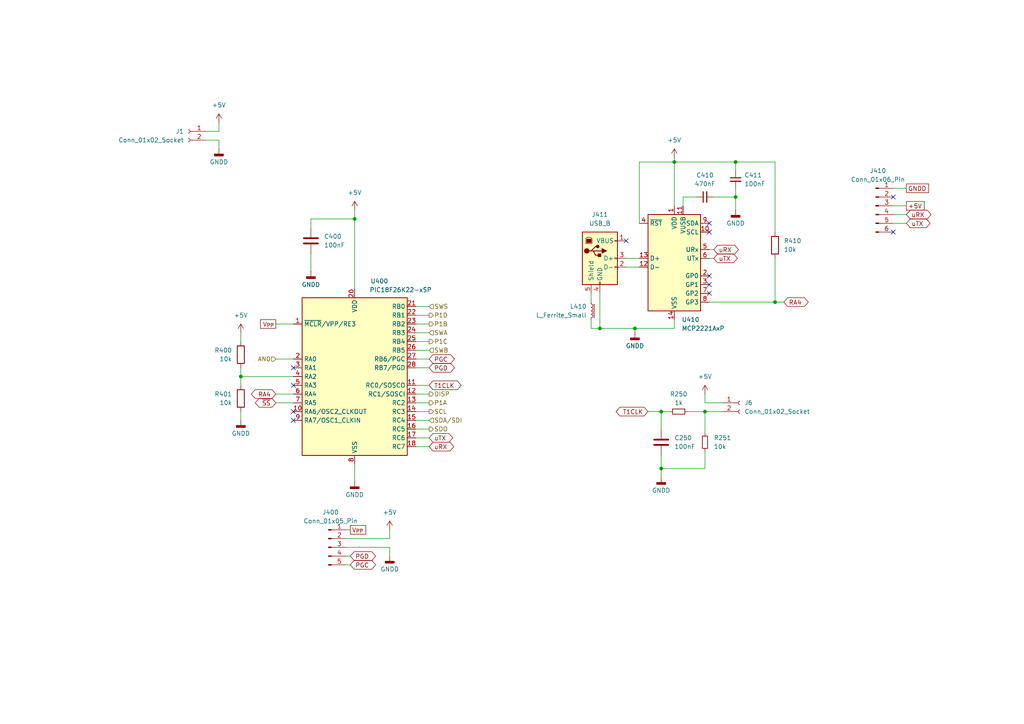
<source format=kicad_sch>
(kicad_sch (version 20250114) (generator "eeschema") (generator_version "9.0")
  (paper "A4")
  (title_block (title "Motor Control") (rev "1.0") (company "AARHUS TECH"))
  (lib_symbols
    (symbol "Connector:Conn_01x02_Socket" (pin_names (offset 1.016) (hide yes))
      (property "Reference" "J" (at 0 2.54 0))
      (property "Value" "Conn_01x02_Socket" (at 0 -5.08 0))
      (symbol "Conn_01x02_Socket_1_1"
        (polyline (pts (xy -1.27 0) (xy -0.508 0)) (stroke (width 0.1524)))
        (polyline (pts (xy -1.27 -2.54) (xy -0.508 -2.54)) (stroke (width 0.1524)))
        (arc (start 0 -0.508) (mid -0.5058 0) (end 0 0.508) (stroke (width 0.1524)))
        (arc (start 0 -3.048) (mid -0.5058 -2.54) (end 0 -2.032) (stroke (width 0.1524)))
        (pin passive line (at -5.08 0 0) (length 3.81) (name "Pin_1") (number "1"))
        (pin passive line (at -5.08 -2.54 0) (length 3.81) (name "Pin_2") (number "2"))
      )
    )
    (symbol "Connector:Conn_01x05_Pin" (pin_names (offset 1.016) (hide yes))
      (property "Reference" "J" (at 0 7.62 0))
      (property "Value" "Conn_01x05_Pin" (at 0 -7.62 0))
      (symbol "Conn_01x05_Pin_1_1"
        (rectangle (start 0.8636 5.207) (end 0 4.953) (stroke (width 0.1524)) (fill (type outline)))
        (rectangle (start 0.8636 2.667) (end 0 2.413) (stroke (width 0.1524)) (fill (type outline)))
        (rectangle (start 0.8636 0.127) (end 0 -0.127) (stroke (width 0.1524)) (fill (type outline)))
        (rectangle (start 0.8636 -2.413) (end 0 -2.667) (stroke (width 0.1524)) (fill (type outline)))
        (rectangle (start 0.8636 -4.953) (end 0 -5.207) (stroke (width 0.1524)) (fill (type outline)))
        (polyline (pts (xy 1.27 5.08) (xy 0.8636 5.08)) (stroke (width 0.1524)))
        (polyline (pts (xy 1.27 2.54) (xy 0.8636 2.54)) (stroke (width 0.1524)))
        (polyline (pts (xy 1.27 0) (xy 0.8636 0)) (stroke (width 0.1524)))
        (polyline (pts (xy 1.27 -2.54) (xy 0.8636 -2.54)) (stroke (width 0.1524)))
        (polyline (pts (xy 1.27 -5.08) (xy 0.8636 -5.08)) (stroke (width 0.1524)))
        (pin passive line (at 5.08 5.08 180) (length 3.81) (name "Pin_1") (number "1"))
        (pin passive line (at 5.08 2.54 180) (length 3.81) (name "Pin_2") (number "2"))
        (pin passive line (at 5.08 0 180) (length 3.81) (name "Pin_3") (number "3"))
        (pin passive line (at 5.08 -2.54 180) (length 3.81) (name "Pin_4") (number "4"))
        (pin passive line (at 5.08 -5.08 180) (length 3.81) (name "Pin_5") (number "5"))
      )
    )
    (symbol "Connector:Conn_01x06_Pin" (pin_names (offset 1.016) (hide yes))
      (property "Reference" "J" (at 0 7.62 0))
      (property "Value" "Conn_01x06_Pin" (at 0 -10.16 0))
      (symbol "Conn_01x06_Pin_1_1"
        (rectangle (start 0.8636 5.207) (end 0 4.953) (stroke (width 0.1524)) (fill (type outline)))
        (rectangle (start 0.8636 2.667) (end 0 2.413) (stroke (width 0.1524)) (fill (type outline)))
        (rectangle (start 0.8636 0.127) (end 0 -0.127) (stroke (width 0.1524)) (fill (type outline)))
        (rectangle (start 0.8636 -2.413) (end 0 -2.667) (stroke (width 0.1524)) (fill (type outline)))
        (rectangle (start 0.8636 -4.953) (end 0 -5.207) (stroke (width 0.1524)) (fill (type outline)))
        (rectangle (start 0.8636 -7.493) (end 0 -7.747) (stroke (width 0.1524)) (fill (type outline)))
        (polyline (pts (xy 1.27 5.08) (xy 0.8636 5.08)) (stroke (width 0.1524)))
        (polyline (pts (xy 1.27 2.54) (xy 0.8636 2.54)) (stroke (width 0.1524)))
        (polyline (pts (xy 1.27 0) (xy 0.8636 0)) (stroke (width 0.1524)))
        (polyline (pts (xy 1.27 -2.54) (xy 0.8636 -2.54)) (stroke (width 0.1524)))
        (polyline (pts (xy 1.27 -5.08) (xy 0.8636 -5.08)) (stroke (width 0.1524)))
        (polyline (pts (xy 1.27 -7.62) (xy 0.8636 -7.62)) (stroke (width 0.1524)))
        (pin passive line (at 5.08 5.08 180) (length 3.81) (name "Pin_1") (number "1"))
        (pin passive line (at 5.08 2.54 180) (length 3.81) (name "Pin_2") (number "2"))
        (pin passive line (at 5.08 0 180) (length 3.81) (name "Pin_3") (number "3"))
        (pin passive line (at 5.08 -2.54 180) (length 3.81) (name "Pin_4") (number "4"))
        (pin passive line (at 5.08 -5.08 180) (length 3.81) (name "Pin_5") (number "5"))
        (pin passive line (at 5.08 -7.62 180) (length 3.81) (name "Pin_6") (number "6"))
      )
    )
    (symbol "Connector:USB_B" (pin_names (offset 1.016))
      (property "Reference" "J" (at -5.08 11.43 0))
      (property "Value" "USB_B" (at -5.08 8.89 0))
      (symbol "USB_B_0_1"
        (rectangle (start -5.08 -7.62) (end 5.08 7.62) (stroke (width 0.254)) (fill (type background)))
        (polyline (pts (xy -4.064 4.318) (xy -2.286 4.318) (xy -2.286 5.715) (xy -2.667 6.096) (xy -3.683 6.096) (xy -4.064 5.715) (xy -4.064 4.318)))
        (rectangle (start -3.81 5.588) (end -2.54 4.572) (fill (type outline)))
        (circle (center -3.81 2.159) (radius 0.635) (stroke (width 0.254)) (fill (type outline)))
        (polyline (pts (xy -3.175 2.159) (xy -2.54 2.159) (xy -1.27 3.429) (xy -0.635 3.429)) (stroke (width 0.254)))
        (polyline (pts (xy -2.54 2.159) (xy -1.905 2.159) (xy -1.27 0.889) (xy 0 0.889)) (stroke (width 0.254)))
        (polyline (pts (xy -1.905 2.159) (xy 0.635 2.159)) (stroke (width 0.254)))
        (circle (center -0.635 3.429) (radius 0.381) (stroke (width 0.254)) (fill (type outline)))
        (rectangle (start -0.127 -7.62) (end 0.127 -6.858))
        (rectangle (start 0.254 1.27) (end -0.508 0.508) (stroke (width 0.254)) (fill (type outline)))
        (polyline (pts (xy 0.635 2.794) (xy 0.635 1.524) (xy 1.905 2.159) (xy 0.635 2.794)) (stroke (width 0.254)) (fill (type outline)))
        (rectangle (start 5.08 4.953) (end 4.318 5.207))
        (rectangle (start 5.08 -0.127) (end 4.318 0.127))
        (rectangle (start 5.08 -2.667) (end 4.318 -2.413))
      )
      (symbol "USB_B_1_1"
        (pin passive line (at -2.54 -10.16 90) (length 2.54) (name "Shield") (number "5"))
        (pin power_out line (at 0 -10.16 90) (length 2.54) (name "GND") (number "4"))
        (pin power_out line (at 7.62 5.08 180) (length 2.54) (name "VBUS") (number "1"))
        (pin bidirectional line (at 7.62 0 180) (length 2.54) (name "D+") (number "3"))
        (pin bidirectional line (at 7.62 -2.54 180) (length 2.54) (name "D-") (number "2"))
      )
    )
    (symbol "Device:C" (pin_numbers (hide yes)) (pin_names (offset 0.254))
      (property "Reference" "C" (at 0.635 2.54 0))
      (property "Value" "C" (at 0.635 -2.54 0))
      (symbol "C_0_1"
        (polyline (pts (xy -2.032 0.762) (xy 2.032 0.762)) (stroke (width 0.508)))
        (polyline (pts (xy -2.032 -0.762) (xy 2.032 -0.762)) (stroke (width 0.508)))
      )
      (symbol "C_1_1"
        (pin passive line (at 0 3.81 270) (length 2.794) (name "~") (number "1"))
        (pin passive line (at 0 -3.81 90) (length 2.794) (name "~") (number "2"))
      )
    )
    (symbol "Device:C_Small" (pin_numbers (hide yes)) (pin_names (offset 0.254) (hide yes))
      (property "Reference" "C" (at 0.254 1.778 0))
      (property "Value" "C_Small" (at 0.254 -2.032 0))
      (symbol "C_Small_0_1"
        (polyline (pts (xy -1.524 0.508) (xy 1.524 0.508)) (stroke (width 0.3048)))
        (polyline (pts (xy -1.524 -0.508) (xy 1.524 -0.508)) (stroke (width 0.3302)))
      )
      (symbol "C_Small_1_1"
        (pin passive line (at 0 2.54 270) (length 2.032) (name "~") (number "1"))
        (pin passive line (at 0 -2.54 90) (length 2.032) (name "~") (number "2"))
      )
    )
    (symbol "Device:L_Ferrite_Small" (pin_numbers (hide yes)) (pin_names (offset 0.254) (hide yes))
      (property "Reference" "L" (at 1.27 1.016 0))
      (property "Value" "L_Ferrite_Small" (at 1.27 -1.27 0))
      (symbol "L_Ferrite_Small_0_1"
        (arc (start 0 2.032) (mid 0.5058 1.524) (end 0 1.016))
        (arc (start 0 1.016) (mid 0.5058 0.508) (end 0 0))
        (arc (start 0 0) (mid 0.5058 -0.508) (end 0 -1.016))
        (arc (start 0 -1.016) (mid 0.5058 -1.524) (end 0 -2.032))
        (polyline (pts (xy 0.762 1.651) (xy 0.762 1.905)))
        (polyline (pts (xy 0.762 1.143) (xy 0.762 1.397)))
        (polyline (pts (xy 0.762 0.635) (xy 0.762 0.889)))
        (polyline (pts (xy 0.762 0.127) (xy 0.762 0.381)))
        (polyline (pts (xy 0.762 -0.381) (xy 0.762 -0.127)))
        (polyline (pts (xy 0.762 -0.889) (xy 0.762 -0.635)))
        (polyline (pts (xy 0.762 -1.397) (xy 0.762 -1.143)))
        (polyline (pts (xy 0.762 -1.905) (xy 0.762 -1.651)))
        (polyline (pts (xy 1.016 1.905) (xy 1.016 1.651)))
        (polyline (pts (xy 1.016 1.397) (xy 1.016 1.143)))
        (polyline (pts (xy 1.016 0.889) (xy 1.016 0.635)))
        (polyline (pts (xy 1.016 0.381) (xy 1.016 0.127)))
        (polyline (pts (xy 1.016 -0.127) (xy 1.016 -0.381)))
        (polyline (pts (xy 1.016 -0.635) (xy 1.016 -0.889)))
        (polyline (pts (xy 1.016 -1.143) (xy 1.016 -1.397)))
        (polyline (pts (xy 1.016 -1.651) (xy 1.016 -1.905)))
      )
      (symbol "L_Ferrite_Small_1_1"
        (pin passive line (at 0 2.54 270) (length 0.508) (name "~") (number "1"))
        (pin passive line (at 0 -2.54 90) (length 0.508) (name "~") (number "2"))
      )
    )
    (symbol "Device:R" (pin_numbers (hide yes)) (pin_names (offset 0))
      (property "Reference" "R" (at 2.032 0 90))
      (property "Value" "R" (at 0 0 90))
      (symbol "R_0_1"
        (rectangle (start -1.016 -2.54) (end 1.016 2.54) (stroke (width 0.254)))
      )
      (symbol "R_1_1"
        (pin passive line (at 0 3.81 270) (length 1.27) (name "~") (number "1"))
        (pin passive line (at 0 -3.81 90) (length 1.27) (name "~") (number "2"))
      )
    )
    (symbol "Device:R_Small" (pin_numbers (hide yes)) (pin_names (offset 0.254) (hide yes))
      (property "Reference" "R" (at 0.762 0.508 0))
      (property "Value" "R_Small" (at 0.762 -1.016 0))
      (symbol "R_Small_0_1"
        (rectangle (start -0.762 1.778) (end 0.762 -1.778) (stroke (width 0.2032)))
      )
      (symbol "R_Small_1_1"
        (pin passive line (at 0 2.54 270) (length 0.762) (name "~") (number "1"))
        (pin passive line (at 0 -2.54 90) (length 0.762) (name "~") (number "2"))
      )
    )
    (symbol "Interface_USB:MCP2221AxP"
      (property "Reference" "U" (at -7.62 16.51 0))
      (property "Value" "MCP2221AxP" (at 12.7 16.51 0))
      (symbol "MCP2221AxP_0_1"
        (rectangle (start -7.62 15.24) (end 7.62 -12.7) (stroke (width 0.254)) (fill (type background)))
      )
      (symbol "MCP2221AxP_1_1"
        (pin input line (at -10.16 12.7 0) (length 2.54) (name "~{RST}") (number "4"))
        (pin bidirectional line (at -10.16 2.54 0) (length 2.54) (name "D+") (number "13"))
        (pin bidirectional line (at -10.16 0 0) (length 2.54) (name "D-") (number "12"))
        (pin power_in line (at 0 17.78 270) (length 2.54) (name "VDD") (number "1"))
        (pin power_in line (at 0 -15.24 90) (length 2.54) (name "VSS") (number "14"))
        (pin passive line (at 2.54 17.78 270) (length 2.54) (name "VUSB") (number "11"))
        (pin bidirectional line (at 10.16 12.7 180) (length 2.54) (name "SDA") (number "9"))
        (pin bidirectional line (at 10.16 10.16 180) (length 2.54) (name "SCL") (number "10"))
        (pin input line (at 10.16 5.08 180) (length 2.54) (name "URx") (number "5"))
        (pin output line (at 10.16 2.54 180) (length 2.54) (name "UTx") (number "6"))
        (pin bidirectional line (at 10.16 -2.54 180) (length 2.54) (name "GP0") (number "2"))
        (pin bidirectional line (at 10.16 -5.08 180) (length 2.54) (name "GP1") (number "3"))
        (pin bidirectional line (at 10.16 -7.62 180) (length 2.54) (name "GP2") (number "7"))
        (pin bidirectional line (at 10.16 -10.16 180) (length 2.54) (name "GP3") (number "8"))
      )
    )
    (symbol "MCU_Microchip_PIC18:PIC18F26K22-xSP"
      (property "Reference" "U" (at -12.7 25.4 0))
      (property "Value" "PIC18F26K22-xSP" (at 12.7 25.4 0))
      (symbol "PIC18F26K22-xSP_1_1"
        (rectangle (start -15.24 22.86) (end 15.24 -22.86) (stroke (width 0.254)) (fill (type background)))
        (pin input line (at -17.78 15.24 0) (length 2.54) (name "~{MCLR}/VPP/RE3") (number "1"))
        (pin bidirectional line (at -17.78 5.08 0) (length 2.54) (name "RA0") (number "2"))
        (pin bidirectional line (at -17.78 2.54 0) (length 2.54) (name "RA1") (number "3"))
        (pin bidirectional line (at -17.78 0 0) (length 2.54) (name "RA2") (number "4"))
        (pin bidirectional line (at -17.78 -2.54 0) (length 2.54) (name "RA3") (number "5"))
        (pin bidirectional line (at -17.78 -5.08 0) (length 2.54) (name "RA4") (number "6"))
        (pin bidirectional line (at -17.78 -7.62 0) (length 2.54) (name "RA5") (number "7"))
        (pin bidirectional line (at -17.78 -10.16 0) (length 2.54) (name "RA6/OSC2_CLKOUT") (number "10"))
        (pin bidirectional line (at -17.78 -12.7 0) (length 2.54) (name "RA7/OSC1_CLKIN") (number "9"))
        (pin power_in line (at 0 25.4 270) (length 2.54) (name "VDD") (number "20"))
        (pin passive line (at 0 -25.4 90) (length 2.54) (hide yes) (name "VSS") (number "19"))
        (pin power_in line (at 0 -25.4 90) (length 2.54) (name "VSS") (number "8"))
        (pin bidirectional line (at 17.78 20.32 180) (length 2.54) (name "RB0") (number "21"))
        (pin bidirectional line (at 17.78 17.78 180) (length 2.54) (name "RB1") (number "22"))
        (pin bidirectional line (at 17.78 15.24 180) (length 2.54) (name "RB2") (number "23"))
        (pin bidirectional line (at 17.78 12.7 180) (length 2.54) (name "RB3") (number "24"))
        (pin bidirectional line (at 17.78 10.16 180) (length 2.54) (name "RB4") (number "25"))
        (pin bidirectional line (at 17.78 7.62 180) (length 2.54) (name "RB5") (number "26"))
        (pin bidirectional line (at 17.78 5.08 180) (length 2.54) (name "RB6/PGC") (number "27"))
        (pin bidirectional line (at 17.78 2.54 180) (length 2.54) (name "RB7/PGD") (number "28"))
        (pin bidirectional line (at 17.78 -2.54 180) (length 2.54) (name "RC0/SOSCO") (number "11"))
        (pin bidirectional line (at 17.78 -5.08 180) (length 2.54) (name "RC1/SOSCI") (number "12"))
        (pin bidirectional line (at 17.78 -7.62 180) (length 2.54) (name "RC2") (number "13"))
        (pin bidirectional line (at 17.78 -10.16 180) (length 2.54) (name "RC3") (number "14"))
        (pin bidirectional line (at 17.78 -12.7 180) (length 2.54) (name "RC4") (number "15"))
        (pin bidirectional line (at 17.78 -15.24 180) (length 2.54) (name "RC5") (number "16"))
        (pin bidirectional line (at 17.78 -17.78 180) (length 2.54) (name "RC6") (number "17"))
        (pin bidirectional line (at 17.78 -20.32 180) (length 2.54) (name "RC7") (number "18"))
      )
    )
    (symbol "power:+5VD" (power) (pin_numbers (hide yes)) (pin_names (offset 0) (hide yes))
      (property "Value" "+5VD" (at 0 3.556 0))
      (symbol "+5VD_0_1"
        (polyline (pts (xy -0.762 1.27) (xy 0 2.54)))
        (polyline (pts (xy 0 2.54) (xy 0.762 1.27)))
        (polyline (pts (xy 0 0) (xy 0 2.54)))
      )
      (symbol "+5VD_1_1"
        (pin power_in line (at 0 0 90) (length 0) (name "~") (number "1"))
      )
    )
    (symbol "power:GNDD" (power) (pin_numbers (hide yes)) (pin_names (offset 0) (hide yes))
      (property "Value" "GNDD" (at 0 -3.175 0))
      (symbol "GNDD_0_1"
        (rectangle (start -1.27 -1.524) (end 1.27 -2.032) (stroke (width 0.254)) (fill (type outline)))
        (polyline (pts (xy 0 0) (xy 0 -1.524)))
      )
      (symbol "GNDD_1_1"
        (pin power_in line (at 0 0 270) (length 0) (name "~") (number "1"))
      )
    )
  )
  (junction (at 69.85 109.22))
  (junction (at 224.79 87.63))
  (junction (at 213.36 57.15))
  (junction (at 204.47 119.38))
  (junction (at 102.87 63.5))
  (junction (at 195.58 46.99))
  (junction (at 191.77 135.89))
  (junction (at 191.77 119.38))
  (junction (at 173.99 95.25))
  (junction (at 184.15 95.25))
  (junction (at 213.36 46.99))
  (no_connect (at 85.09 106.68))
  (no_connect (at 85.09 121.92))
  (no_connect (at 205.74 82.55))
  (no_connect (at 205.74 67.31))
  (no_connect (at 259.08 57.15))
  (no_connect (at 181.61 69.85))
  (no_connect (at 205.74 64.77))
  (no_connect (at 85.09 119.38))
  (no_connect (at 205.74 80.01))
  (no_connect (at 205.74 85.09))
  (no_connect (at 85.09 111.76))
  (no_connect (at 259.08 67.31))
  (wire (pts (xy 63.5 38.1) (xy 63.5 35.56)))
  (wire (pts (xy 113.03 156.21) (xy 113.03 153.67)))
  (wire (pts (xy 80.01 104.14) (xy 85.09 104.14)))
  (wire (pts (xy 195.58 46.99) (xy 213.36 46.99)))
  (wire (pts (xy 80.01 114.3) (xy 85.09 114.3)))
  (wire (pts (xy 213.36 54.61) (xy 213.36 57.15)))
  (wire (pts (xy 195.58 46.99) (xy 195.58 59.69)))
  (wire (pts (xy 181.61 74.93) (xy 185.42 74.93)))
  (wire (pts (xy 224.79 67.31) (xy 224.79 46.99)))
  (wire (pts (xy 90.17 73.66) (xy 90.17 78.74)))
  (wire (pts (xy 100.33 161.29) (xy 101.6 161.29)))
  (wire (pts (xy 191.77 135.89) (xy 204.47 135.89)))
  (wire (pts (xy 120.65 121.92) (xy 124.46 121.92)))
  (wire (pts (xy 205.74 87.63) (xy 224.79 87.63)))
  (wire (pts (xy 120.65 101.6) (xy 124.46 101.6)))
  (wire (pts (xy 213.36 46.99) (xy 224.79 46.99)))
  (wire (pts (xy 120.65 111.76) (xy 124.46 111.76)))
  (wire (pts (xy 80.01 116.84) (xy 85.09 116.84)))
  (wire (pts (xy 120.65 129.54) (xy 124.46 129.54)))
  (wire (pts (xy 69.85 109.22) (xy 85.09 109.22)))
  (wire (pts (xy 171.45 85.09) (xy 171.45 87.63)))
  (wire (pts (xy 173.99 95.25) (xy 184.15 95.25)))
  (wire (pts (xy 120.65 127) (xy 124.46 127)))
  (wire (pts (xy 120.65 116.84) (xy 124.46 116.84)))
  (wire (pts (xy 259.08 59.69) (xy 262.89 59.69)))
  (wire (pts (xy 69.85 109.22) (xy 69.85 111.76)))
  (wire (pts (xy 102.87 60.96) (xy 102.87 63.5)))
  (wire (pts (xy 59.69 40.64) (xy 63.5 40.64)))
  (wire (pts (xy 227.33 87.63) (xy 224.79 87.63)))
  (wire (pts (xy 120.65 93.98) (xy 124.46 93.98)))
  (wire (pts (xy 205.74 74.93) (xy 207.01 74.93)))
  (wire (pts (xy 102.87 63.5) (xy 102.87 83.82)))
  (wire (pts (xy 69.85 96.52) (xy 69.85 99.06)))
  (wire (pts (xy 120.65 119.38) (xy 124.46 119.38)))
  (wire (pts (xy 204.47 125.73) (xy 204.47 119.38)))
  (wire (pts (xy 63.5 40.64) (xy 63.5 43.18)))
  (wire (pts (xy 120.65 124.46) (xy 124.46 124.46)))
  (wire (pts (xy 195.58 46.99) (xy 195.58 45.72)))
  (wire (pts (xy 113.03 161.29) (xy 113.03 158.75)))
  (wire (pts (xy 59.69 38.1) (xy 63.5 38.1)))
  (wire (pts (xy 184.15 95.25) (xy 184.15 96.52)))
  (wire (pts (xy 195.58 95.25) (xy 195.58 92.71)))
  (wire (pts (xy 204.47 114.3) (xy 204.47 116.84)))
  (wire (pts (xy 100.33 153.67) (xy 101.6 153.67)))
  (wire (pts (xy 187.96 119.38) (xy 191.77 119.38)))
  (wire (pts (xy 213.36 46.99) (xy 213.36 49.53)))
  (wire (pts (xy 69.85 109.22) (xy 69.85 106.68)))
  (wire (pts (xy 184.15 95.25) (xy 195.58 95.25)))
  (wire (pts (xy 120.65 96.52) (xy 124.46 96.52)))
  (wire (pts (xy 207.01 57.15) (xy 213.36 57.15)))
  (wire (pts (xy 191.77 132.08) (xy 191.77 135.89)))
  (wire (pts (xy 120.65 99.06) (xy 124.46 99.06)))
  (wire (pts (xy 69.85 119.38) (xy 69.85 121.92)))
  (wire (pts (xy 90.17 63.5) (xy 102.87 63.5)))
  (wire (pts (xy 100.33 158.75) (xy 113.03 158.75)))
  (wire (pts (xy 171.45 92.71) (xy 171.45 95.25)))
  (wire (pts (xy 204.47 130.81) (xy 204.47 135.89)))
  (wire (pts (xy 199.39 119.38) (xy 204.47 119.38)))
  (wire (pts (xy 120.65 91.44) (xy 124.46 91.44)))
  (wire (pts (xy 213.36 57.15) (xy 213.36 60.96)))
  (wire (pts (xy 185.42 46.99) (xy 195.58 46.99)))
  (wire (pts (xy 120.65 104.14) (xy 124.46 104.14)))
  (wire (pts (xy 204.47 119.38) (xy 209.55 119.38)))
  (wire (pts (xy 171.45 95.25) (xy 173.99 95.25)))
  (wire (pts (xy 191.77 135.89) (xy 191.77 138.43)))
  (wire (pts (xy 100.33 163.83) (xy 101.6 163.83)))
  (wire (pts (xy 259.08 54.61) (xy 262.89 54.61)))
  (wire (pts (xy 120.65 88.9) (xy 124.46 88.9)))
  (wire (pts (xy 204.47 116.84) (xy 209.55 116.84)))
  (wire (pts (xy 102.87 134.62) (xy 102.87 139.7)))
  (wire (pts (xy 198.12 57.15) (xy 198.12 59.69)))
  (wire (pts (xy 191.77 119.38) (xy 194.31 119.38)))
  (wire (pts (xy 191.77 119.38) (xy 191.77 124.46)))
  (wire (pts (xy 100.33 156.21) (xy 113.03 156.21)))
  (wire (pts (xy 120.65 106.68) (xy 124.46 106.68)))
  (wire (pts (xy 259.08 62.23) (xy 262.89 62.23)))
  (wire (pts (xy 120.65 114.3) (xy 124.46 114.3)))
  (wire (pts (xy 181.61 77.47) (xy 185.42 77.47)))
  (wire (pts (xy 173.99 85.09) (xy 173.99 95.25)))
  (wire (pts (xy 205.74 72.39) (xy 207.01 72.39)))
  (wire (pts (xy 224.79 74.93) (xy 224.79 87.63)))
  (wire (pts (xy 201.93 57.15) (xy 198.12 57.15)))
  (wire (pts (xy 90.17 66.04) (xy 90.17 63.5)))
  (wire (pts (xy 185.42 64.77) (xy 185.42 46.99)))
  (wire (pts (xy 80.01 93.98) (xy 85.09 93.98)))
  (wire (pts (xy 259.08 64.77) (xy 262.89 64.77)))
  (global_label "uRX" (shape bidirectional) (at 207.01 72.39 0) (property "Intersheetrefs" "${INTERSHEET_REFS}" (effects (hide yes))))
  (global_label "PGC" (shape bidirectional) (at 101.6 163.83 0) (property "Intersheetrefs" "${INTERSHEET_REFS}" (effects (hide yes))))
  (global_label "PGC" (shape bidirectional) (at 124.46 104.14 0) (property "Intersheetrefs" "${INTERSHEET_REFS}" (effects (hide yes))))
  (global_label "V_{PP}" (shape passive) (at 101.6 153.67 0) (property "Intersheetrefs" "${INTERSHEET_REFS}" (effects (hide yes))))
  (global_label "RA4" (shape bidirectional) (at 227.33 87.63 0) (property "Intersheetrefs" "${INTERSHEET_REFS}" (effects (hide yes))))
  (global_label "RA4" (shape bidirectional) (at 80.01 114.3 180) (property "Intersheetrefs" "${INTERSHEET_REFS}" (effects (hide yes))))
  (global_label "uRX" (shape bidirectional) (at 124.46 129.54 0) (property "Intersheetrefs" "${INTERSHEET_REFS}" (effects (hide yes))))
  (global_label "uTX" (shape bidirectional) (at 124.46 127 0) (property "Intersheetrefs" "${INTERSHEET_REFS}" (effects (hide yes))))
  (global_label "T1CLK" (shape bidirectional) (at 187.96 119.38 180) (property "Intersheetrefs" "${INTERSHEET_REFS}" (effects (hide yes))))
  (global_label "~{SS}" (shape bidirectional) (at 80.01 116.84 180) (property "Intersheetrefs" "${INTERSHEET_REFS}" (effects (hide yes))))
  (global_label "PGD" (shape bidirectional) (at 101.6 161.29 0) (property "Intersheetrefs" "${INTERSHEET_REFS}" (effects (hide yes))))
  (global_label "uTX" (shape bidirectional) (at 207.01 74.93 0) (property "Intersheetrefs" "${INTERSHEET_REFS}" (effects (hide yes))))
  (global_label "uRX" (shape bidirectional) (at 262.89 62.23 0) (property "Intersheetrefs" "${INTERSHEET_REFS}" (effects (hide yes))))
  (global_label "V_{PP}" (shape passive) (at 80.01 93.98 180) (property "Intersheetrefs" "${INTERSHEET_REFS}" (effects (hide yes))))
  (global_label "+5V" (shape passive) (at 262.89 59.69 0) (property "Intersheetrefs" "${INTERSHEET_REFS}" (effects (hide yes))))
  (global_label "uTX" (shape bidirectional) (at 262.89 64.77 0) (property "Intersheetrefs" "${INTERSHEET_REFS}" (effects (hide yes))))
  (global_label "GNDD" (shape passive) (at 262.89 54.61 0) (property "Intersheetrefs" "${INTERSHEET_REFS}" (effects (hide yes))))
  (global_label "T1CLK" (shape bidirectional) (at 124.46 111.76 0) (property "Intersheetrefs" "${INTERSHEET_REFS}" (effects (hide yes))))
  (global_label "PGD" (shape bidirectional) (at 124.46 106.68 0) (property "Intersheetrefs" "${INTERSHEET_REFS}" (effects (hide yes))))
  (hierarchical_label "SDO" (shape output) (at 124.46 124.46 0))
  (hierarchical_label "SWS" (shape input) (at 124.46 88.9 0))
  (hierarchical_label "SDA{slash}SDI" (shape input) (at 124.46 121.92 0))
  (hierarchical_label "AN0" (shape input) (at 80.01 104.14 180))
  (hierarchical_label "P1C" (shape output) (at 124.46 99.06 0))
  (hierarchical_label "P1A" (shape output) (at 124.46 116.84 0))
  (hierarchical_label "P1B" (shape output) (at 124.46 93.98 0))
  (hierarchical_label "P1D" (shape output) (at 124.46 91.44 0))
  (hierarchical_label "SWA" (shape input) (at 124.46 96.52 0))
  (hierarchical_label "SCL" (shape output) (at 124.46 119.38 0))
  (hierarchical_label "DISP" (shape output) (at 124.46 114.3 0))
  (hierarchical_label "SWB" (shape input) (at 124.46 101.6 0))
  (symbol (lib_id "Device:C_Small") (at 204.47 57.15 90) (unit 1)
    (property "Reference" "C410" (at 204.4763 50.8 90))
    (property "Value" "470nF" (at 204.4763 53.34 90))
    (property "Footprint" "Capacitor_THT:C_Rect_L7.2mm_W2.5mm_P5.00mm_FKS2_FKP2_MKS2_MKP2" (effects (hide yes)))
    (property "Description" "Unpolarized capacitor, small symbol" (effects (hide yes)))
  )
  (symbol (lib_id "Device:R_Small") (at 204.47 128.27 180) (unit 1)
    (property "Reference" "R251" (at 207.01 126.9999 0) (effects (justify right)))
    (property "Value" "10k" (at 207.01 129.5399 0) (effects (justify right)))
    (property "Footprint" "Resistor_THT:R_Axial_DIN0207_L6.3mm_D2.5mm_P10.16mm_Horizontal" (effects (hide yes)))
    (property "Description" "Resistor, small symbol" (effects (hide yes)))
  )
  (symbol (lib_id "Connector:Conn_01x02_Socket") (at 214.63 116.84 0) (unit 1)
    (property "Reference" "J6" (at 215.9 116.8399 0) (effects (justify left)))
    (property "Value" "Conn_01x02_Socket" (at 215.9 119.3799 0) (effects (justify left)))
    (property "Footprint" "Connector_Phoenix_MC_HighVoltage:PhoenixContact_MCV_1,5_2-G-5.08_1x02_P5.08mm_Vertical" (effects (hide yes)))
    (property "Description" "Generic connector, single row, 01x02, script generated" (effects (hide yes)))
  )
  (symbol (lib_id "Device:C") (at 191.77 128.27 0) (unit 1)
    (property "Reference" "C250" (at 195.58 126.9999 0) (effects (justify left)))
    (property "Value" "100nF" (at 195.58 129.5399 0) (effects (justify left)))
    (property "Footprint" "Capacitor_THT:C_Rect_L7.2mm_W2.5mm_P5.00mm_FKS2_FKP2_MKS2_MKP2" (effects (hide yes)))
    (property "Description" "Unpolarized capacitor" (effects (hide yes)))
  )
  (symbol (lib_id "Connector:Conn_01x02_Socket") (at 54.61 38.1 0) (mirror y) (unit 1)
    (property "Reference" "J1" (at 53.34 38.0999 0) (effects (justify left)))
    (property "Value" "Conn_01x02_Socket" (at 53.34 40.6399 0) (effects (justify left)))
    (property "Footprint" "Connector_Phoenix_MC_HighVoltage:PhoenixContact_MCV_1,5_2-G-5.08_1x02_P5.08mm_Vertical" (effects (hide yes)))
    (property "Description" "Generic connector, single row, 01x02, script generated" (effects (hide yes)))
  )
  (symbol (lib_id "Interface_USB:MCP2221AxP") (at 195.58 77.47 0) (unit 1)
    (property "Reference" "U410" (at 197.7233 92.71 0) (effects (justify left)))
    (property "Value" "MCP2221AxP" (at 197.7233 95.25 0) (effects (justify left)))
    (property "Footprint" "Package_DIP:DIP-14_W7.62mm_Socket_LongPads" (effects (hide yes)))
    (property "Datasheet" "http://ww1.microchip.com/downloads/en/DeviceDoc/20005565B.pdf" (effects (hide yes)))
    (property "Description" "USB to I2C/UART Protocol Converter with GPIO, DIP-14" (effects (hide yes)))
  )
  (symbol (lib_id "power:+5VD") (at 63.5 35.56 0) (unit 1)
    (property "Reference" "#PWR038" (effects (hide yes)))
    (property "Value" "+5V" (at 63.5 30.48 0))
    (property "Description" "Power symbol creates a global label with name \"+5VD\"" (effects (hide yes)))
  )
  (symbol (lib_id "power:GNDD") (at 102.87 139.7 0) (mirror y) (unit 1)
    (property "Reference" "#PWR09" (effects (hide yes)))
    (property "Value" "GNDD" (at 102.87 143.51 0))
    (property "Description" "Power symbol creates a global label with name \"GNDD\" , digital ground" (effects (hide yes)))
  )
  (symbol (lib_id "Device:R") (at 69.85 102.87 0) (mirror x) (unit 1)
    (property "Reference" "R400" (at 67.31 101.5999 0) (effects (justify right)))
    (property "Value" "10k" (at 67.31 104.1399 0) (effects (justify right)))
    (property "Footprint" "Resistor_THT:R_Axial_DIN0207_L6.3mm_D2.5mm_P10.16mm_Horizontal" (effects (hide yes)))
  )
  (symbol (lib_id "Device:C") (at 90.17 69.85 0) (unit 1)
    (property "Reference" "C400" (at 93.98 68.5799 0) (effects (justify left)))
    (property "Value" "100nF" (at 93.98 71.1199 0) (effects (justify left)))
    (property "Footprint" "Capacitor_THT:C_Rect_L7.2mm_W2.5mm_P5.00mm_FKS2_FKP2_MKS2_MKP2" (effects (hide yes)))
    (property "Description" "Unpolarized capacitor" (effects (hide yes)))
  )
  (symbol (lib_id "power:+5VD") (at 69.85 96.52 0) (unit 1)
    (property "Reference" "#PWR01" (effects (hide yes)))
    (property "Value" "+5V" (at 69.85 91.44 0))
    (property "Description" "Power symbol creates a global label with name \"+5VD\"" (effects (hide yes)))
  )
  (symbol (lib_id "power:+5VD") (at 195.58 45.72 0) (unit 1)
    (property "Reference" "#PWR014" (effects (hide yes)))
    (property "Value" "+5V" (at 195.58 40.64 0))
    (property "Description" "Power symbol creates a global label with name \"+5VD\"" (effects (hide yes)))
  )
  (symbol (lib_id "power:GNDD") (at 191.77 138.43 0) (mirror y) (unit 1)
    (property "Reference" "#PWR029" (effects (hide yes)))
    (property "Value" "GNDD" (at 191.77 142.24 0))
    (property "Description" "Power symbol creates a global label with name \"GNDD\" , digital ground" (effects (hide yes)))
  )
  (symbol (lib_id "Connector:USB_B") (at 173.99 74.93 0) (unit 1)
    (property "Reference" "J411" (at 173.99 62.23 0))
    (property "Value" "USB_B" (at 173.99 64.77 0))
    (property "Footprint" "Connector_USB:USB_B_TE_5787834_Vertical" (effects (hide yes)))
    (property "Description" "USB Type B connector" (effects (hide yes)))
  )
  (symbol (lib_id "Device:R_Small") (at 196.85 119.38 270) (unit 1)
    (property "Reference" "R250" (at 196.85 114.3 90))
    (property "Value" "1k" (at 196.85 116.84 90))
    (property "Footprint" "Resistor_THT:R_Axial_DIN0207_L6.3mm_D2.5mm_P10.16mm_Horizontal" (effects (hide yes)))
    (property "Description" "Resistor, small symbol" (effects (hide yes)))
  )
  (symbol (lib_id "Device:R") (at 69.85 115.57 0) (mirror x) (unit 1)
    (property "Reference" "R401" (at 67.31 114.2999 0) (effects (justify right)))
    (property "Value" "10k" (at 67.31 116.8399 0) (effects (justify right)))
    (property "Footprint" "Resistor_THT:R_Axial_DIN0207_L6.3mm_D2.5mm_P10.16mm_Horizontal" (effects (hide yes)))
  )
  (symbol (lib_id "Device:C_Small") (at 213.36 52.07 0) (unit 1)
    (property "Reference" "C411" (at 215.9 50.8062 0) (effects (justify left)))
    (property "Value" "100nF" (at 215.9 53.3462 0) (effects (justify left)))
    (property "Footprint" "Capacitor_THT:C_Rect_L7.2mm_W2.5mm_P5.00mm_FKS2_FKP2_MKS2_MKP2" (effects (hide yes)))
    (property "Description" "Unpolarized capacitor, small symbol" (effects (hide yes)))
  )
  (symbol (lib_id "power:+5VD") (at 204.47 114.3 0) (unit 1)
    (property "Reference" "#PWR032" (effects (hide yes)))
    (property "Value" "+5V" (at 204.47 109.22 0))
    (property "Description" "Power symbol creates a global label with name \"+5VD\"" (effects (hide yes)))
  )
  (symbol (lib_id "power:GNDD") (at 63.5 43.18 0) (mirror y) (unit 1)
    (property "Reference" "#PWR039" (effects (hide yes)))
    (property "Value" "GNDD" (at 63.5 46.99 0))
    (property "Description" "Power symbol creates a global label with name \"GNDD\" , digital ground" (effects (hide yes)))
  )
  (symbol (lib_id "power:GNDD") (at 90.17 78.74 0) (mirror y) (unit 1)
    (property "Reference" "#PWR07" (effects (hide yes)))
    (property "Value" "GNDD" (at 90.17 82.55 0))
    (property "Description" "Power symbol creates a global label with name \"GNDD\" , digital ground" (effects (hide yes)))
  )
  (symbol (lib_id "MCU_Microchip_PIC18:PIC18F26K22-xSP") (at 102.87 109.22 0) (unit 1)
    (property "Reference" "U400" (at 107.442 81.534 0) (effects (justify left)))
    (property "Value" "PIC18F26K22-xSP" (at 107.188 84.074 0) (effects (justify left)))
    (property "Footprint" "Package_DIP:DIP-28_W7.62mm_Socket_LongPads" (effects (hide yes)))
    (property "Datasheet" "http://ww1.microchip.com/downloads/en/DeviceDoc/40001412G.pdf" (effects (hide yes)))
    (property "Description" "64K Flash, 3896B SRAM, 1024B EEPROM, nanoWatt XLP, 2.3V to 5.5V, SPDIP28" (effects (hide yes)))
  )
  (symbol (lib_id "Connector:Conn_01x06_Pin") (at 254 59.69 0) (unit 1)
    (property "Reference" "J410" (at 254.635 49.53 0))
    (property "Value" "Conn_01x06_Pin" (at 254.635 52.07 0))
    (property "Footprint" "Connector_PinSocket_2.54mm:PinSocket_1x06_P2.54mm_Vertical" (effects (hide yes)))
    (property "Description" "Generic connector, single row, 01x06, script generated" (effects (hide yes)))
  )
  (symbol (lib_id "Device:L_Ferrite_Small") (at 171.45 90.17 0) (unit 1)
    (property "Reference" "L410" (at 170.18 88.8999 0) (effects (justify right)))
    (property "Value" "L_Ferrite_Small" (at 170.18 91.4399 0) (effects (justify right)))
    (property "Footprint" "Resistor_THT:R_Axial_DIN0411_L9.9mm_D3.6mm_P12.70mm_Horizontal" (effects (hide yes)))
    (property "Description" "Inductor with ferrite core, small symbol" (effects (hide yes)))
  )
  (symbol (lib_id "power:GNDD") (at 184.15 96.52 0) (mirror y) (unit 1)
    (property "Reference" "#PWR018" (effects (hide yes)))
    (property "Value" "GNDD" (at 184.15 100.33 0))
    (property "Description" "Power symbol creates a global label with name \"GNDD\" , digital ground" (effects (hide yes)))
  )
  (symbol (lib_id "power:GNDD") (at 69.85 121.92 0) (mirror y) (unit 1)
    (property "Reference" "#PWR02" (effects (hide yes)))
    (property "Value" "GNDD" (at 69.85 125.73 0))
    (property "Description" "Power symbol creates a global label with name \"GNDD\" , digital ground" (effects (hide yes)))
  )
  (symbol (lib_id "Connector:Conn_01x05_Pin") (at 95.25 158.75 0) (unit 1)
    (property "Reference" "J400" (at 95.885 148.59 0))
    (property "Value" "Conn_01x05_Pin" (at 95.885 151.13 0))
    (property "Footprint" "Connector_PinSocket_2.54mm:PinSocket_1x05_P2.54mm_Horizontal" (effects (hide yes)))
    (property "Description" "Generic connector, single row, 01x05, script generated" (effects (hide yes)))
  )
  (symbol (lib_id "power:GNDD") (at 213.36 60.96 0) (mirror y) (unit 1)
    (property "Reference" "#PWR022" (effects (hide yes)))
    (property "Value" "GNDD" (at 213.36 64.77 0))
    (property "Description" "Power symbol creates a global label with name \"GNDD\" , digital ground" (effects (hide yes)))
  )
  (symbol (lib_id "power:+5VD") (at 102.87 60.96 0) (unit 1)
    (property "Reference" "#PWR08" (effects (hide yes)))
    (property "Value" "+5V" (at 102.87 55.88 0))
    (property "Description" "Power symbol creates a global label with name \"+5VD\"" (effects (hide yes)))
  )
  (symbol (lib_id "power:+5VD") (at 113.03 153.67 0) (unit 1)
    (property "Reference" "#PWR036" (effects (hide yes)))
    (property "Value" "+5V" (at 113.03 148.59 0))
    (property "Description" "Power symbol creates a global label with name \"+5VD\"" (effects (hide yes)))
  )
  (symbol (lib_id "Device:R") (at 224.79 71.12 180) (unit 1)
    (property "Reference" "R410" (at 227.33 69.8499 0) (effects (justify right)))
    (property "Value" "10k" (at 227.33 72.3899 0) (effects (justify right)))
    (property "Footprint" "Resistor_THT:R_Axial_DIN0207_L6.3mm_D2.5mm_P10.16mm_Horizontal" (effects (hide yes)))
  )
  (symbol (lib_id "power:GNDD") (at 113.03 161.29 0) (mirror y) (unit 1)
    (property "Reference" "#PWR037" (effects (hide yes)))
    (property "Value" "GNDD" (at 113.03 165.1 0))
    (property "Description" "Power symbol creates a global label with name \"GNDD\" , digital ground" (effects (hide yes)))
  )
)
</source>
